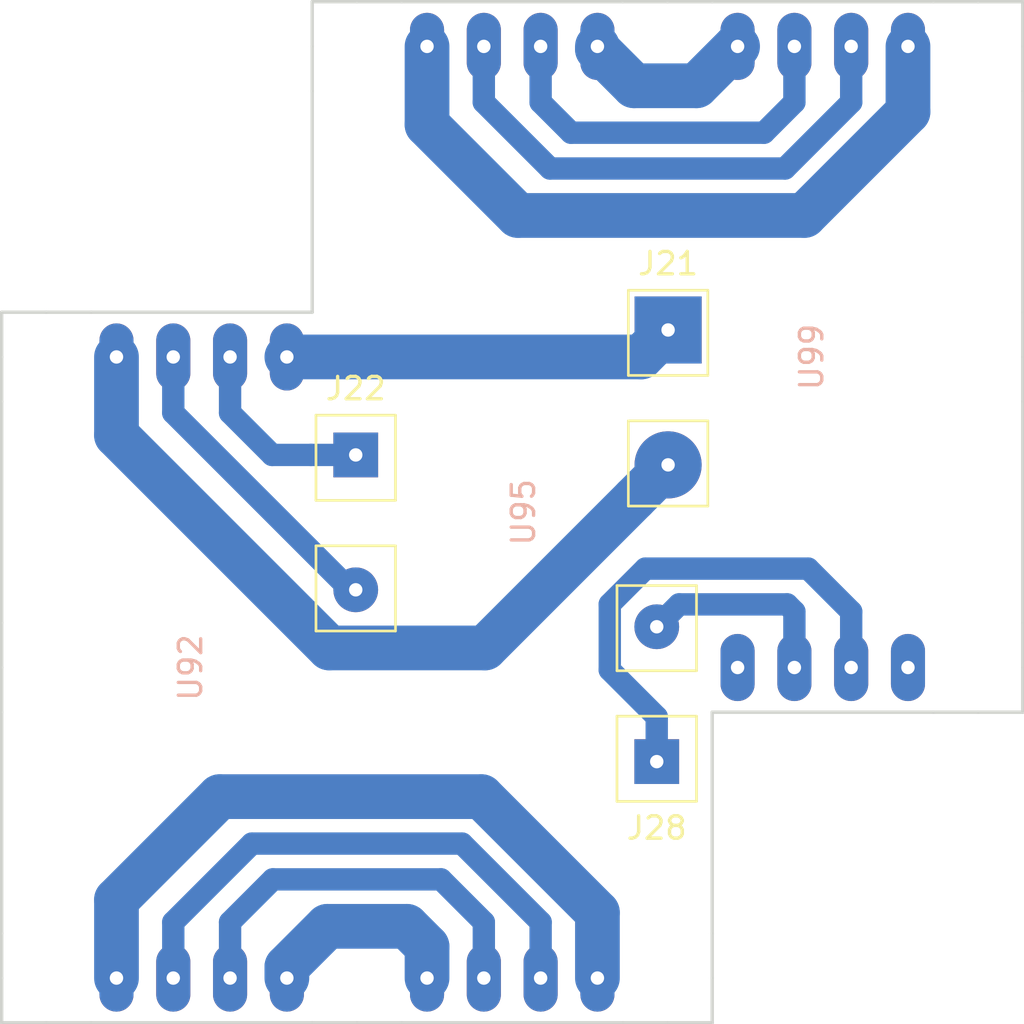
<source format=kicad_pcb>
(kicad_pcb (version 4) (host pcbnew 4.0.6)

  (general
    (links 14)
    (no_connects 0)
    (area 2.378599 1.9811 48.195201 47.8478)
    (thickness 1.6)
    (drawings 44)
    (tracks 65)
    (zones 0)
    (modules 6)
    (nets 15)
  )

  (page A4 portrait)
  (layers
    (0 F.Cu signal)
    (31 B.Cu signal)
    (32 B.Adhes user)
    (33 F.Adhes user hide)
    (34 B.Paste user)
    (35 F.Paste user hide)
    (36 B.SilkS user)
    (37 F.SilkS user hide)
    (38 B.Mask user)
    (39 F.Mask user hide)
    (40 Dwgs.User user)
    (41 Cmts.User user)
    (42 Eco1.User user)
    (43 Eco2.User user)
    (44 Edge.Cuts user)
    (45 Margin user hide)
    (46 B.CrtYd user)
    (47 F.CrtYd user hide)
    (48 B.Fab user)
    (49 F.Fab user)
  )

  (setup
    (last_trace_width 2)
    (trace_clearance 0.6)
    (zone_clearance 0.508)
    (zone_45_only no)
    (trace_min 0.2)
    (segment_width 0.2)
    (edge_width 0.15)
    (via_size 0.6)
    (via_drill 0.6)
    (via_min_size 0.4)
    (via_min_drill 0.3)
    (uvia_size 0.3)
    (uvia_drill 0.1)
    (uvias_allowed no)
    (uvia_min_size 0.2)
    (uvia_min_drill 0.1)
    (pcb_text_width 0.3)
    (pcb_text_size 1.5 1.5)
    (mod_edge_width 0.15)
    (mod_text_size 1 1)
    (mod_text_width 0.15)
    (pad_size 1.524 1.524)
    (pad_drill 0.6)
    (pad_to_mask_clearance 0.2)
    (aux_axis_origin 0 0)
    (visible_elements FFFFFFFF)
    (pcbplotparams
      (layerselection 0x01000_80000000)
      (usegerberextensions false)
      (excludeedgelayer true)
      (linewidth 0.100000)
      (plotframeref false)
      (viasonmask false)
      (mode 1)
      (useauxorigin false)
      (hpglpennumber 1)
      (hpglpenspeed 20)
      (hpglpendiameter 15)
      (hpglpenoverlay 2)
      (psnegative false)
      (psa4output false)
      (plotreference false)
      (plotvalue false)
      (plotinvisibletext false)
      (padsonsilk false)
      (subtractmaskfromsilk false)
      (outputformat 1)
      (mirror false)
      (drillshape 0)
      (scaleselection 1)
      (outputdirectory gerbers/))
  )

  (net 0 "")
  (net 1 +5V)
  (net 2 GND)
  (net 3 "Net-(U92-Pad5)")
  (net 4 "Net-(U92-Pad6)")
  (net 5 "Net-(U92-Pad7)")
  (net 6 "Net-(U92-Pad8)")
  (net 7 "Net-(U95-Pad5)")
  (net 8 "Net-(U95-Pad6)")
  (net 9 "Net-(U95-Pad7)")
  (net 10 "Net-(U95-Pad8)")
  (net 11 "Net-(J22-Pad1)")
  (net 12 "Net-(J22-Pad2)")
  (net 13 "Net-(J28-Pad1)")
  (net 14 "Net-(J28-Pad2)")

  (net_class Default "This is the default net class."
    (clearance 0.6)
    (trace_width 2)
    (via_dia 0.6)
    (via_drill 0.6)
    (uvia_dia 0.3)
    (uvia_drill 0.1)
    (add_net +5V)
    (add_net GND)
    (add_net "Net-(U92-Pad5)")
    (add_net "Net-(U92-Pad8)")
    (add_net "Net-(U95-Pad5)")
    (add_net "Net-(U95-Pad8)")
  )

  (net_class Signal ""
    (clearance 0.6)
    (trace_width 1)
    (via_dia 0.6)
    (via_drill 0.6)
    (uvia_dia 0.3)
    (uvia_drill 0.1)
    (add_net "Net-(J22-Pad1)")
    (add_net "Net-(J22-Pad2)")
    (add_net "Net-(J28-Pad1)")
    (add_net "Net-(J28-Pad2)")
    (add_net "Net-(U92-Pad6)")
    (add_net "Net-(U92-Pad7)")
    (add_net "Net-(U95-Pad6)")
    (add_net "Net-(U95-Pad7)")
  )

  (module apa102c_72m:APA102C_72m_x2 (layer B.Cu) (tedit 59559C0C) (tstamp 59559C0C)
    (at 9.62 30.5889 270)
    (path /5954F169)
    (fp_text reference U92 (at 0 0.5 270) (layer B.SilkS)
      (effects (font (size 1 1) (thickness 0.15)))
    )
    (fp_text value APA102C_x2 (at 0 -0.5 270) (layer B.Fab)
      (effects (font (size 1 1) (thickness 0.15)))
    )
    (fp_line (start -13.8889 -5.08) (end -13.8889 5.08) (layer B.CrtYd) (width 0.15))
    (fp_line (start 13.8889 -5.08) (end -13.8889 -5.08) (layer B.CrtYd) (width 0.15))
    (fp_line (start 13.8889 5.08) (end 13.8889 -5.08) (layer B.CrtYd) (width 0.15))
    (fp_line (start -13.8889 5.08) (end 13.8889 5.08) (layer B.CrtYd) (width 0.15))
    (pad 1 thru_hole oval (at -13.8889 -3.81 270) (size 3 1.524) (drill 0.6) (layers *.Cu *.Mask)
      (net 2 GND))
    (pad 2 thru_hole oval (at -13.8889 -1.27 270) (size 3 1.524) (drill 0.6) (layers *.Cu *.Mask)
      (net 11 "Net-(J22-Pad1)"))
    (pad 3 thru_hole oval (at -13.8889 1.27 270) (size 3 1.524) (drill 0.6) (layers *.Cu *.Mask)
      (net 12 "Net-(J22-Pad2)"))
    (pad 4 thru_hole oval (at -13.8889 3.81 270) (size 3 1.524) (drill 0.6) (layers *.Cu *.Mask)
      (net 1 +5V))
    (pad 5 thru_hole oval (at 13.8889 -3.81 270) (size 3 1.524) (drill 0.6) (layers *.Cu *.Mask)
      (net 3 "Net-(U92-Pad5)"))
    (pad 6 thru_hole oval (at 13.8889 -1.27 270) (size 3 1.524) (drill 0.6) (layers *.Cu *.Mask)
      (net 4 "Net-(U92-Pad6)"))
    (pad 7 thru_hole oval (at 13.8889 1.27 270) (size 3 1.524) (drill 0.6) (layers *.Cu *.Mask)
      (net 5 "Net-(U92-Pad7)"))
    (pad 8 thru_hole oval (at 13.8889 3.81 270) (size 3 1.524) (drill 0.6) (layers *.Cu *.Mask)
      (net 6 "Net-(U92-Pad8)"))
  )

  (module apa102c_72m:APA102C_72m_x3 (layer B.Cu) (tedit 59559C0C) (tstamp 59559C0C)
    (at 23.5089 23.6444 90)
    (path /5954F16C)
    (fp_text reference U95 (at 0 0.5 90) (layer B.SilkS)
      (effects (font (size 1 1) (thickness 0.15)))
    )
    (fp_text value APA102C_x3 (at 0 -0.5 90) (layer B.Fab)
      (effects (font (size 1 1) (thickness 0.15)))
    )
    (fp_line (start -20.8333 -5.08) (end -20.8333 5.08) (layer B.CrtYd) (width 0.15))
    (fp_line (start 20.8333 -5.08) (end -20.8333 -5.08) (layer B.CrtYd) (width 0.15))
    (fp_line (start 20.8333 5.08) (end 20.8333 -5.08) (layer B.CrtYd) (width 0.15))
    (fp_line (start -20.8333 5.08) (end 20.8333 5.08) (layer B.CrtYd) (width 0.15))
    (pad 1 thru_hole oval (at -20.8333 -3.81 90) (size 3 1.524) (drill 0.6) (layers *.Cu *.Mask)
      (net 3 "Net-(U92-Pad5)"))
    (pad 2 thru_hole oval (at -20.8333 -1.27 90) (size 3 1.524) (drill 0.6) (layers *.Cu *.Mask)
      (net 4 "Net-(U92-Pad6)"))
    (pad 3 thru_hole oval (at -20.8333 1.27 90) (size 3 1.524) (drill 0.6) (layers *.Cu *.Mask)
      (net 5 "Net-(U92-Pad7)"))
    (pad 4 thru_hole oval (at -20.8333 3.81 90) (size 3 1.524) (drill 0.6) (layers *.Cu *.Mask)
      (net 6 "Net-(U92-Pad8)"))
    (pad 5 thru_hole oval (at 20.8333 -3.81 90) (size 3 1.524) (drill 0.6) (layers *.Cu *.Mask)
      (net 7 "Net-(U95-Pad5)"))
    (pad 6 thru_hole oval (at 20.8333 -1.27 90) (size 3 1.524) (drill 0.6) (layers *.Cu *.Mask)
      (net 8 "Net-(U95-Pad6)"))
    (pad 7 thru_hole oval (at 20.8333 1.27 90) (size 3 1.524) (drill 0.6) (layers *.Cu *.Mask)
      (net 9 "Net-(U95-Pad7)"))
    (pad 8 thru_hole oval (at 20.8333 3.81 90) (size 3 1.524) (drill 0.6) (layers *.Cu *.Mask)
      (net 10 "Net-(U95-Pad8)"))
  )

  (module apa102c_72m:APA102C_72m_x2 (layer B.Cu) (tedit 59559C0C) (tstamp 59559C0C)
    (at 37.3978 16.7 270)
    (path /5954F170)
    (fp_text reference U99 (at 0 0.5 270) (layer B.SilkS)
      (effects (font (size 1 1) (thickness 0.15)))
    )
    (fp_text value APA102C_x2 (at 0 -0.5 270) (layer B.Fab)
      (effects (font (size 1 1) (thickness 0.15)))
    )
    (fp_line (start -13.8889 -5.08) (end -13.8889 5.08) (layer B.CrtYd) (width 0.15))
    (fp_line (start 13.8889 -5.08) (end -13.8889 -5.08) (layer B.CrtYd) (width 0.15))
    (fp_line (start 13.8889 5.08) (end 13.8889 -5.08) (layer B.CrtYd) (width 0.15))
    (fp_line (start -13.8889 5.08) (end 13.8889 5.08) (layer B.CrtYd) (width 0.15))
    (pad 1 thru_hole oval (at -13.8889 -3.81 270) (size 3 1.524) (drill 0.6) (layers *.Cu *.Mask)
      (net 7 "Net-(U95-Pad5)"))
    (pad 2 thru_hole oval (at -13.8889 -1.27 270) (size 3 1.524) (drill 0.6) (layers *.Cu *.Mask)
      (net 8 "Net-(U95-Pad6)"))
    (pad 3 thru_hole oval (at -13.8889 1.27 270) (size 3 1.524) (drill 0.6) (layers *.Cu *.Mask)
      (net 9 "Net-(U95-Pad7)"))
    (pad 4 thru_hole oval (at -13.8889 3.81 270) (size 3 1.524) (drill 0.6) (layers *.Cu *.Mask)
      (net 10 "Net-(U95-Pad8)"))
    (pad 5 thru_hole oval (at 13.8889 -3.81 270) (size 3 1.524) (drill 0.6) (layers *.Cu *.Mask))
    (pad 6 thru_hole oval (at 13.8889 -1.27 270) (size 3 1.524) (drill 0.6) (layers *.Cu *.Mask)
      (net 13 "Net-(J28-Pad1)"))
    (pad 7 thru_hole oval (at 13.8889 1.27 270) (size 3 1.524) (drill 0.6) (layers *.Cu *.Mask)
      (net 14 "Net-(J28-Pad2)"))
    (pad 8 thru_hole oval (at 13.8889 3.81 270) (size 3 1.524) (drill 0.6) (layers *.Cu *.Mask))
  )

  (module connector:Sign_Connector (layer F.Cu) (tedit 59623399) (tstamp 5962350C)
    (at 29.972 32.766 180)
    (descr "Sign connector")
    (path /59682F91)
    (fp_text reference J28 (at 0 -5 180) (layer F.SilkS)
      (effects (font (size 1 1) (thickness 0.15)))
    )
    (fp_text value CONN_01X02 (at 0 7 180) (layer F.Fab)
      (effects (font (size 1 1) (thickness 0.15)))
    )
    (fp_line (start -1.778 -3.81) (end -1.778 5.842) (layer F.Fab) (width 0.1))
    (fp_line (start -1.778 5.842) (end 1.778 5.842) (layer F.Fab) (width 0.1))
    (fp_line (start 1.778 5.842) (end 1.778 -3.81) (layer F.Fab) (width 0.1))
    (fp_line (start 1.778 -3.81) (end -1.778 -3.81) (layer F.Fab) (width 0.1))
    (fp_line (start -1.778 2.032) (end -1.778 5.842) (layer F.SilkS) (width 0.12))
    (fp_line (start -1.778 5.842) (end 1.778 5.842) (layer F.SilkS) (width 0.12))
    (fp_line (start 1.778 5.842) (end 1.778 2.032) (layer F.SilkS) (width 0.12))
    (fp_line (start 1.778 2.032) (end -1.778 2.032) (layer F.SilkS) (width 0.12))
    (fp_line (start -1.778 0) (end -1.778 -3.81) (layer F.SilkS) (width 0.12))
    (fp_line (start -1.778 0) (end 1.778 0) (layer F.SilkS) (width 0.12))
    (fp_line (start -2.032 -4.064) (end -2.032 6.096) (layer F.CrtYd) (width 0.05))
    (fp_line (start -2.032 6.096) (end 2.032 6.096) (layer F.CrtYd) (width 0.05))
    (fp_line (start 2.032 6.096) (end 2.032 -4.064) (layer F.CrtYd) (width 0.05))
    (fp_line (start 2.032 -4.064) (end -2.032 -4.064) (layer F.CrtYd) (width 0.05))
    (fp_text user %R (at 0 -5 180) (layer F.Fab)
      (effects (font (size 1 1) (thickness 0.15)))
    )
    (fp_line (start 1.778 0) (end 1.778 -3.81) (layer F.SilkS) (width 0.12))
    (fp_line (start -1.778 -3.81) (end 1.778 -3.81) (layer F.SilkS) (width 0.12))
    (pad 1 thru_hole rect (at 0 -2.032 180) (size 2 2) (drill 0.6) (layers *.Cu *.Mask)
      (net 13 "Net-(J28-Pad1)"))
    (pad 2 thru_hole oval (at 0 4 180) (size 2 2) (drill 0.6) (layers *.Cu *.Mask)
      (net 14 "Net-(J28-Pad2)"))
    (model ${KISYS3DMOD}/Pin_Headers.3dshapes/Pin_Header_Straight_1x02_Pitch2.54mm.wrl
      (at (xyz 0 -0.05 0))
      (scale (xyz 1 1 1))
      (rotate (xyz 0 0 90))
    )
  )

  (module connector:Sign_Connector (layer F.Cu) (tedit 59623399) (tstamp 596234EE)
    (at 16.51 23.114)
    (descr "Sign connector")
    (path /59682C91)
    (fp_text reference J22 (at 0 -5) (layer F.SilkS)
      (effects (font (size 1 1) (thickness 0.15)))
    )
    (fp_text value CONN_01X02 (at 0 7) (layer F.Fab)
      (effects (font (size 1 1) (thickness 0.15)))
    )
    (fp_line (start -1.778 -3.81) (end -1.778 5.842) (layer F.Fab) (width 0.1))
    (fp_line (start -1.778 5.842) (end 1.778 5.842) (layer F.Fab) (width 0.1))
    (fp_line (start 1.778 5.842) (end 1.778 -3.81) (layer F.Fab) (width 0.1))
    (fp_line (start 1.778 -3.81) (end -1.778 -3.81) (layer F.Fab) (width 0.1))
    (fp_line (start -1.778 2.032) (end -1.778 5.842) (layer F.SilkS) (width 0.12))
    (fp_line (start -1.778 5.842) (end 1.778 5.842) (layer F.SilkS) (width 0.12))
    (fp_line (start 1.778 5.842) (end 1.778 2.032) (layer F.SilkS) (width 0.12))
    (fp_line (start 1.778 2.032) (end -1.778 2.032) (layer F.SilkS) (width 0.12))
    (fp_line (start -1.778 0) (end -1.778 -3.81) (layer F.SilkS) (width 0.12))
    (fp_line (start -1.778 0) (end 1.778 0) (layer F.SilkS) (width 0.12))
    (fp_line (start -2.032 -4.064) (end -2.032 6.096) (layer F.CrtYd) (width 0.05))
    (fp_line (start -2.032 6.096) (end 2.032 6.096) (layer F.CrtYd) (width 0.05))
    (fp_line (start 2.032 6.096) (end 2.032 -4.064) (layer F.CrtYd) (width 0.05))
    (fp_line (start 2.032 -4.064) (end -2.032 -4.064) (layer F.CrtYd) (width 0.05))
    (fp_text user %R (at 0 -5) (layer F.Fab)
      (effects (font (size 1 1) (thickness 0.15)))
    )
    (fp_line (start 1.778 0) (end 1.778 -3.81) (layer F.SilkS) (width 0.12))
    (fp_line (start -1.778 -3.81) (end 1.778 -3.81) (layer F.SilkS) (width 0.12))
    (pad 1 thru_hole rect (at 0 -2.032) (size 2 2) (drill 0.6) (layers *.Cu *.Mask)
      (net 11 "Net-(J22-Pad1)"))
    (pad 2 thru_hole oval (at 0 4) (size 2 2) (drill 0.6) (layers *.Cu *.Mask)
      (net 12 "Net-(J22-Pad2)"))
    (model ${KISYS3DMOD}/Pin_Headers.3dshapes/Pin_Header_Straight_1x02_Pitch2.54mm.wrl
      (at (xyz 0 -0.05 0))
      (scale (xyz 1 1 1))
      (rotate (xyz 0 0 90))
    )
  )

  (module connector:Power_Connector (layer F.Cu) (tedit 596231DD) (tstamp 5962F62B)
    (at 30.48 17.526)
    (descr "Power connector")
    (path /59682C8B)
    (fp_text reference J21 (at 0 -5) (layer F.SilkS)
      (effects (font (size 1 1) (thickness 0.15)))
    )
    (fp_text value CONN_01X02 (at 0 7) (layer F.Fab)
      (effects (font (size 1 1) (thickness 0.15)))
    )
    (fp_line (start -1.778 -3.81) (end -1.778 5.842) (layer F.Fab) (width 0.1))
    (fp_line (start -1.778 5.842) (end 1.778 5.842) (layer F.Fab) (width 0.1))
    (fp_line (start 1.778 5.842) (end 1.778 -3.81) (layer F.Fab) (width 0.1))
    (fp_line (start 1.778 -3.81) (end -1.778 -3.81) (layer F.Fab) (width 0.1))
    (fp_line (start -1.778 2.032) (end -1.778 5.842) (layer F.SilkS) (width 0.12))
    (fp_line (start -1.778 5.842) (end 1.778 5.842) (layer F.SilkS) (width 0.12))
    (fp_line (start 1.778 5.842) (end 1.778 2.032) (layer F.SilkS) (width 0.12))
    (fp_line (start 1.778 2.032) (end -1.778 2.032) (layer F.SilkS) (width 0.12))
    (fp_line (start -1.778 0) (end -1.778 -3.81) (layer F.SilkS) (width 0.12))
    (fp_line (start -1.778 0) (end 1.778 0) (layer F.SilkS) (width 0.12))
    (fp_line (start -2.032 -4.064) (end -2.032 6.096) (layer F.CrtYd) (width 0.05))
    (fp_line (start -2.032 6.096) (end 2.032 6.096) (layer F.CrtYd) (width 0.05))
    (fp_line (start 2.032 6.096) (end 2.032 -4.064) (layer F.CrtYd) (width 0.05))
    (fp_line (start 2.032 -4.064) (end -2.032 -4.064) (layer F.CrtYd) (width 0.05))
    (fp_text user %R (at 0 -5) (layer F.Fab)
      (effects (font (size 1 1) (thickness 0.15)))
    )
    (fp_line (start 1.778 0) (end 1.778 -3.81) (layer F.SilkS) (width 0.12))
    (fp_line (start -1.778 -3.81) (end 1.778 -3.81) (layer F.SilkS) (width 0.12))
    (pad 1 thru_hole rect (at 0 -2.032) (size 3 3) (drill 0.6) (layers *.Cu *.Mask)
      (net 2 GND))
    (pad 2 thru_hole oval (at 0 4) (size 3 3) (drill 0.6) (layers *.Cu *.Mask)
      (net 1 +5V))
    (model ${KISYS3DMOD}/Pin_Headers.3dshapes/Pin_Header_Straight_1x02_Pitch2.54mm.wrl
      (at (xyz 0 -0.05 0))
      (scale (xyz 1 1 1))
      (rotate (xyz 0 0 90))
    )
  )

  (gr_line (start 14.5644 0.8111) (end 16.5644 0.8111) (layer Edge.Cuts) (width 0.15))
  (gr_line (start 14.5644 0.8111) (end 14.5644 2.8111) (layer Edge.Cuts) (width 0.15))
  (gr_line (start 18.5644 0.8111) (end 28.4533 0.8111) (layer Edge.Cuts) (width 0.15))
  (gr_line (start 28.4533 0.8111) (end 30.4533 0.8111) (layer Edge.Cuts) (width 0.15))
  (gr_line (start 16.5644 0.8111) (end 18.5644 0.8111) (layer Edge.Cuts) (width 0.15))
  (gr_line (start 32.4533 0.8111) (end 42.3422 0.8111) (layer Edge.Cuts) (width 0.15))
  (gr_line (start 42.3422 0.8111) (end 44.3422 0.8111) (layer Edge.Cuts) (width 0.15))
  (gr_line (start 30.4533 0.8111) (end 32.4533 0.8111) (layer Edge.Cuts) (width 0.15))
  (gr_line (start 46.3422 0.8111) (end 46.3422 2.8111) (layer Edge.Cuts) (width 0.15))
  (gr_line (start 44.3422 0.8111) (end 46.3422 0.8111) (layer Edge.Cuts) (width 0.15))
  (gr_line (start 0.6756 14.7) (end 2.6756 14.7) (layer Edge.Cuts) (width 0.15))
  (gr_line (start 0.6756 14.7) (end 0.6756 16.7) (layer Edge.Cuts) (width 0.15))
  (gr_line (start 14.5644 2.8111) (end 14.5644 4.8111) (layer Edge.Cuts) (width 0.15))
  (gr_line (start 4.6756 14.7) (end 14.5644 14.7) (layer Edge.Cuts) (width 0.15))
  (gr_line (start 2.6756 14.7) (end 4.6756 14.7) (layer Edge.Cuts) (width 0.15))
  (gr_line (start 14.5644 4.8111) (end 14.5644 14.7) (layer Edge.Cuts) (width 0.15))
  (gr_line (start 46.3422 2.8111) (end 46.3422 4.8111) (layer Edge.Cuts) (width 0.15))
  (gr_line (start 46.3422 4.8111) (end 46.3422 14.7) (layer Edge.Cuts) (width 0.15))
  (gr_line (start 46.3422 14.7) (end 46.3422 16.7) (layer Edge.Cuts) (width 0.15))
  (gr_line (start 0.6756 16.7) (end 0.6756 18.7) (layer Edge.Cuts) (width 0.15))
  (gr_line (start 0.6756 28.5889) (end 0.6756 30.5889) (layer Edge.Cuts) (width 0.15))
  (gr_line (start 0.6756 18.7) (end 0.6756 28.5889) (layer Edge.Cuts) (width 0.15))
  (gr_line (start 46.3422 16.7) (end 46.3422 18.7) (layer Edge.Cuts) (width 0.15))
  (gr_line (start 46.3422 18.7) (end 46.3422 28.5889) (layer Edge.Cuts) (width 0.15))
  (gr_line (start 46.3422 28.5889) (end 46.3422 30.5889) (layer Edge.Cuts) (width 0.15))
  (gr_line (start 0.6756 30.5889) (end 0.6756 32.5889) (layer Edge.Cuts) (width 0.15))
  (gr_line (start 0.6756 42.4778) (end 0.6756 44.4778) (layer Edge.Cuts) (width 0.15))
  (gr_line (start 0.6756 32.5889) (end 0.6756 42.4778) (layer Edge.Cuts) (width 0.15))
  (gr_line (start 32.4533 32.5889) (end 42.3422 32.5889) (layer Edge.Cuts) (width 0.15))
  (gr_line (start 42.3422 32.5889) (end 44.3422 32.5889) (layer Edge.Cuts) (width 0.15))
  (gr_line (start 32.4533 32.5889) (end 32.4533 42.4778) (layer Edge.Cuts) (width 0.15))
  (gr_line (start 32.4533 42.4778) (end 32.4533 44.4778) (layer Edge.Cuts) (width 0.15))
  (gr_line (start 46.3422 30.5889) (end 46.3422 32.5889) (layer Edge.Cuts) (width 0.15))
  (gr_line (start 44.3422 32.5889) (end 46.3422 32.5889) (layer Edge.Cuts) (width 0.15))
  (gr_line (start 0.6756 44.4778) (end 0.6756 46.4778) (layer Edge.Cuts) (width 0.15))
  (gr_line (start 0.6756 46.4778) (end 2.6756 46.4778) (layer Edge.Cuts) (width 0.15))
  (gr_line (start 4.6756 46.4778) (end 14.5644 46.4778) (layer Edge.Cuts) (width 0.15))
  (gr_line (start 14.5644 46.4778) (end 16.5644 46.4778) (layer Edge.Cuts) (width 0.15))
  (gr_line (start 2.6756 46.4778) (end 4.6756 46.4778) (layer Edge.Cuts) (width 0.15))
  (gr_line (start 18.5644 46.4778) (end 28.4533 46.4778) (layer Edge.Cuts) (width 0.15))
  (gr_line (start 28.4533 46.4778) (end 30.4533 46.4778) (layer Edge.Cuts) (width 0.15))
  (gr_line (start 16.5644 46.4778) (end 18.5644 46.4778) (layer Edge.Cuts) (width 0.15))
  (gr_line (start 32.4533 44.4778) (end 32.4533 46.4778) (layer Edge.Cuts) (width 0.15))
  (gr_line (start 30.4533 46.4778) (end 32.4533 46.4778) (layer Edge.Cuts) (width 0.15))

  (segment (start 5.81 16.7) (end 5.81 20.2) (width 2) (layer B.Cu) (net 1))
  (segment (start 15.324001 29.714001) (end 22.291999 29.714001) (width 2) (layer B.Cu) (net 1))
  (segment (start 5.81 20.2) (end 15.324001 29.714001) (width 2) (layer B.Cu) (net 1))
  (segment (start 22.291999 29.714001) (end 28.980001 23.025999) (width 2) (layer B.Cu) (net 1))
  (segment (start 28.980001 23.025999) (end 30.48 21.526) (width 2) (layer B.Cu) (net 1))
  (segment (start 13.43 16.7) (end 29.274 16.7) (width 2) (layer B.Cu) (net 2))
  (segment (start 29.274 16.7) (end 30.48 15.494) (width 2) (layer B.Cu) (net 2))
  (segment (start 18.796 42.164) (end 19.6989 43.0669) (width 2) (layer B.Cu) (net 3))
  (segment (start 19.6989 43.0669) (end 19.6989 44.4777) (width 2) (layer B.Cu) (net 3))
  (segment (start 15.24 42.164) (end 18.796 42.164) (width 2) (layer B.Cu) (net 3))
  (segment (start 13.43 43.974) (end 15.24 42.164) (width 2) (layer B.Cu) (net 3))
  (segment (start 13.43 44.4778) (end 13.43 43.974) (width 2) (layer B.Cu) (net 3))
  (segment (start 22.2389 44.4777) (end 22.2389 41.9777) (width 1) (layer B.Cu) (net 4))
  (segment (start 22.2389 41.9777) (end 20.32519 40.06399) (width 1) (layer B.Cu) (net 4))
  (segment (start 20.32519 40.06399) (end 12.80381 40.06399) (width 1) (layer B.Cu) (net 4))
  (segment (start 12.80381 40.06399) (end 10.89 41.9778) (width 1) (layer B.Cu) (net 4))
  (segment (start 10.89 41.9778) (end 10.89 44.4778) (width 1) (layer B.Cu) (net 4))
  (segment (start 8.35 44.4778) (end 8.35 41.9778) (width 1) (layer B.Cu) (net 5))
  (segment (start 8.35 41.9778) (end 11.86382 38.46398) (width 1) (layer B.Cu) (net 5))
  (segment (start 11.86382 38.46398) (end 21.26518 38.46398) (width 1) (layer B.Cu) (net 5))
  (segment (start 21.26518 38.46398) (end 24.7789 41.9777) (width 1) (layer B.Cu) (net 5))
  (segment (start 24.7789 41.9777) (end 24.7789 44.4777) (width 1) (layer B.Cu) (net 5))
  (segment (start 27.3189 44.4777) (end 27.3189 41.547838) (width 2) (layer B.Cu) (net 6))
  (segment (start 27.3189 41.547838) (end 22.135033 36.363971) (width 2) (layer B.Cu) (net 6))
  (segment (start 22.135033 36.363971) (end 10.423829 36.363971) (width 2) (layer B.Cu) (net 6))
  (segment (start 10.423829 36.363971) (end 5.81 40.9778) (width 2) (layer B.Cu) (net 6))
  (segment (start 5.81 40.9778) (end 5.81 44.4778) (width 2) (layer B.Cu) (net 6))
  (segment (start 41.2078 2.8111) (end 41.2078 5.740962) (width 2) (layer B.Cu) (net 7))
  (segment (start 19.6989 6.3111) (end 19.6989 2.8111) (width 2) (layer B.Cu) (net 7))
  (segment (start 41.2078 5.740962) (end 36.576733 10.372029) (width 2) (layer B.Cu) (net 7))
  (segment (start 36.576733 10.372029) (end 23.759829 10.372029) (width 2) (layer B.Cu) (net 7))
  (segment (start 23.759829 10.372029) (end 19.6989 6.3111) (width 2) (layer B.Cu) (net 7))
  (segment (start 22.2389 2.8111) (end 22.2389 5.3111) (width 1) (layer B.Cu) (net 8))
  (segment (start 22.2389 5.3111) (end 25.19982 8.27202) (width 1) (layer B.Cu) (net 8))
  (segment (start 25.19982 8.27202) (end 35.70688 8.27202) (width 1) (layer B.Cu) (net 8))
  (segment (start 35.70688 8.27202) (end 38.6678 5.3111) (width 1) (layer B.Cu) (net 8))
  (segment (start 38.6678 5.3111) (end 38.6678 2.8111) (width 1) (layer B.Cu) (net 8))
  (segment (start 36.1278 2.8111) (end 36.1278 5.3111) (width 1) (layer B.Cu) (net 9))
  (segment (start 36.1278 5.3111) (end 34.76689 6.67201) (width 1) (layer B.Cu) (net 9))
  (segment (start 34.76689 6.67201) (end 26.13981 6.67201) (width 1) (layer B.Cu) (net 9))
  (segment (start 24.7789 5.3111) (end 24.7789 2.8111) (width 1) (layer B.Cu) (net 9))
  (segment (start 26.13981 6.67201) (end 24.7789 5.3111) (width 1) (layer B.Cu) (net 9))
  (segment (start 31.75 4.572) (end 33.5109 2.8111) (width 2) (layer B.Cu) (net 10))
  (segment (start 33.5109 2.8111) (end 33.5878 2.8111) (width 2) (layer B.Cu) (net 10))
  (segment (start 28.956 4.572) (end 31.75 4.572) (width 2) (layer B.Cu) (net 10))
  (segment (start 27.3189 2.9349) (end 28.956 4.572) (width 2) (layer B.Cu) (net 10))
  (segment (start 27.3189 2.8111) (end 27.3189 2.9349) (width 2) (layer B.Cu) (net 10))
  (segment (start 10.89 16.7) (end 10.89 19.2) (width 1) (layer B.Cu) (net 11))
  (segment (start 10.89 19.2) (end 12.772 21.082) (width 1) (layer B.Cu) (net 11))
  (segment (start 12.772 21.082) (end 14.51 21.082) (width 1) (layer B.Cu) (net 11))
  (segment (start 14.51 21.082) (end 16.51 21.082) (width 1) (layer B.Cu) (net 11))
  (segment (start 8.35 16.7) (end 8.35 19.2) (width 1) (layer B.Cu) (net 12))
  (segment (start 8.35 19.2) (end 16.264 27.114) (width 1) (layer B.Cu) (net 12))
  (segment (start 16.264 27.114) (end 16.51 27.114) (width 1) (layer B.Cu) (net 12))
  (segment (start 38.6678 30.5889) (end 38.6678 28.0889) (width 1) (layer B.Cu) (net 13))
  (segment (start 38.6678 28.0889) (end 36.744891 26.165991) (width 1) (layer B.Cu) (net 13))
  (segment (start 27.871999 27.757999) (end 27.871999 30.697999) (width 1) (layer B.Cu) (net 13))
  (segment (start 36.744891 26.165991) (end 29.464007 26.165991) (width 1) (layer B.Cu) (net 13))
  (segment (start 29.464007 26.165991) (end 27.871999 27.757999) (width 1) (layer B.Cu) (net 13))
  (segment (start 27.871999 30.697999) (end 29.972 32.798) (width 1) (layer B.Cu) (net 13))
  (segment (start 29.972 32.798) (end 29.972 34.798) (width 1) (layer B.Cu) (net 13))
  (segment (start 36.1278 30.5889) (end 36.1278 28.0889) (width 1) (layer B.Cu) (net 14))
  (segment (start 36.1278 28.0889) (end 35.804901 27.766001) (width 1) (layer B.Cu) (net 14))
  (segment (start 35.804901 27.766001) (end 30.971999 27.766001) (width 1) (layer B.Cu) (net 14))
  (segment (start 30.971999 27.766001) (end 29.972 28.766) (width 1) (layer B.Cu) (net 14))

)

</source>
